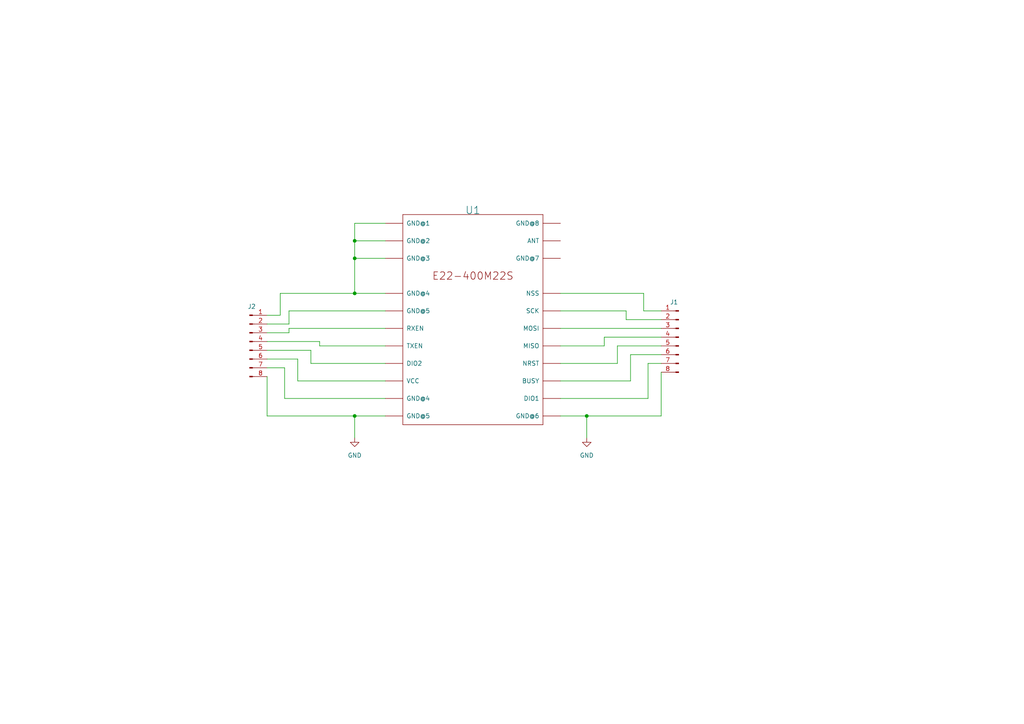
<source format=kicad_sch>
(kicad_sch (version 20211123) (generator eeschema)
  (paper "A4")
  (lib_symbols
    (symbol "Connector:Conn_01x08_Male" (pin_names (offset 1.016) hide)
      (property "Reference" "J" (at 0 10.16 0))
      (property "Value" "Conn_01x08_Male" (at 0 -12.7 0))
      (symbol "Conn_01x08_Male_1_1"
        (polyline (pts (xy 1.27 -10.16) (xy 0.8636 -10.16)) (stroke (width 0.1524)))
        (polyline (pts (xy 1.27 -7.62) (xy 0.8636 -7.62)) (stroke (width 0.1524)))
        (polyline (pts (xy 1.27 -5.08) (xy 0.8636 -5.08)) (stroke (width 0.1524)))
        (polyline (pts (xy 1.27 -2.54) (xy 0.8636 -2.54)) (stroke (width 0.1524)))
        (polyline (pts (xy 1.27 0) (xy 0.8636 0)) (stroke (width 0.1524)))
        (polyline (pts (xy 1.27 2.54) (xy 0.8636 2.54)) (stroke (width 0.1524)))
        (polyline (pts (xy 1.27 5.08) (xy 0.8636 5.08)) (stroke (width 0.1524)))
        (polyline (pts (xy 1.27 7.62) (xy 0.8636 7.62)) (stroke (width 0.1524)))
        (rectangle (start 0.8636 -10.033) (end 0 -10.287) (stroke (width 0.1524)) (fill (type outline)))
        (rectangle (start 0.8636 -7.493) (end 0 -7.747) (stroke (width 0.1524)) (fill (type outline)))
        (rectangle (start 0.8636 -4.953) (end 0 -5.207) (stroke (width 0.1524)) (fill (type outline)))
        (rectangle (start 0.8636 -2.413) (end 0 -2.667) (stroke (width 0.1524)) (fill (type outline)))
        (rectangle (start 0.8636 0.127) (end 0 -0.127) (stroke (width 0.1524)) (fill (type outline)))
        (rectangle (start 0.8636 2.667) (end 0 2.413) (stroke (width 0.1524)) (fill (type outline)))
        (rectangle (start 0.8636 5.207) (end 0 4.953) (stroke (width 0.1524)) (fill (type outline)))
        (rectangle (start 0.8636 7.747) (end 0 7.493) (stroke (width 0.1524)) (fill (type outline)))
        (pin passive line (at 5.08 7.62 180) (length 3.81) (name "Pin_1") (number "1"))
        (pin passive line (at 5.08 5.08 180) (length 3.81) (name "Pin_2") (number "2"))
        (pin passive line (at 5.08 2.54 180) (length 3.81) (name "Pin_3") (number "3"))
        (pin passive line (at 5.08 0 180) (length 3.81) (name "Pin_4") (number "4"))
        (pin passive line (at 5.08 -2.54 180) (length 3.81) (name "Pin_5") (number "5"))
        (pin passive line (at 5.08 -5.08 180) (length 3.81) (name "Pin_6") (number "6"))
        (pin passive line (at 5.08 -7.62 180) (length 3.81) (name "Pin_7") (number "7"))
        (pin passive line (at 5.08 -10.16 180) (length 3.81) (name "Pin_8") (number "8"))
      )
    )
    (symbol "Library:E22-400M22S" (pin_names (offset 1.016))
      (property "Reference" "U" (at -20.32 33.02 0))
      (symbol "E22-400M22S_1_0"
        (polyline (pts (xy -20.32 -30.48) (xy 20.32 -30.48)))
        (polyline (pts (xy -20.32 30.48) (xy -20.32 -30.48)))
        (polyline (pts (xy 20.32 -30.48) (xy 20.32 30.48)))
        (polyline (pts (xy 20.32 30.48) (xy -20.32 30.48)))
        (text "E22-400M22S" (at 0 12.7 0) (effects (font (size 2.159 2.159))))
        (pin bidirectional line (at -25.4 27.94 0) (length 5.08) (name "GND@1") (number "1"))
        (pin bidirectional line (at -25.4 -22.86 0) (length 5.08) (name "GND@4") (number "10"))
        (pin bidirectional line (at -25.4 -27.94 0) (length 5.08) (name "GND@5") (number "11"))
        (pin bidirectional line (at 25.4 -27.94 180) (length 5.08) (name "GND@6") (number "12"))
        (pin bidirectional line (at 25.4 -22.86 180) (length 5.08) (name "DIO1") (number "13"))
        (pin bidirectional line (at 25.4 -17.78 180) (length 5.08) (name "BUSY") (number "14"))
        (pin bidirectional line (at 25.4 -12.7 180) (length 5.08) (name "NRST") (number "15"))
        (pin bidirectional line (at 25.4 -7.62 180) (length 5.08) (name "MISO") (number "16"))
        (pin bidirectional line (at 25.4 -2.54 180) (length 5.08) (name "MOSI") (number "17"))
        (pin bidirectional line (at 25.4 2.54 180) (length 5.08) (name "SCK") (number "18"))
        (pin bidirectional line (at 25.4 7.62 180) (length 5.08) (name "NSS") (number "19"))
        (pin bidirectional line (at -25.4 22.86 0) (length 5.08) (name "GND@2") (number "2"))
        (pin bidirectional line (at 25.4 17.78 180) (length 5.08) (name "GND@7") (number "20"))
        (pin bidirectional line (at 25.4 22.86 180) (length 5.08) (name "ANT") (number "21"))
        (pin bidirectional line (at 25.4 27.94 180) (length 5.08) (name "GND@8") (number "22"))
        (pin bidirectional line (at -25.4 17.78 0) (length 5.08) (name "GND@3") (number "3"))
        (pin bidirectional line (at -25.4 7.62 0) (length 5.08) (name "GND@4") (number "4"))
        (pin bidirectional line (at -25.4 2.54 0) (length 5.08) (name "GND@5") (number "5"))
        (pin bidirectional line (at -25.4 -2.54 0) (length 5.08) (name "RXEN") (number "6"))
        (pin bidirectional line (at -25.4 -7.62 0) (length 5.08) (name "TXEN") (number "7"))
        (pin bidirectional line (at -25.4 -12.7 0) (length 5.08) (name "DIO2") (number "8"))
        (pin bidirectional line (at -25.4 -17.78 0) (length 5.08) (name "VCC") (number "9"))
      )
    )
    (symbol "power:GND" (power) (pin_names (offset 0))
      (property "Value" "GND" (at 0 -3.81 0))
      (symbol "GND_0_1"
        (polyline (pts (xy 0 0) (xy 0 -1.27) (xy 1.27 -1.27) (xy 0 -2.54) (xy -1.27 -1.27) (xy 0 -1.27)))
      )
      (symbol "GND_1_1"
        (pin power_in line (at 0 0 270) (length 0) hide (name "GND") (number "1"))
      )
    )
  )
  (junction (at 102.87 74.93))
  (junction (at 102.87 69.85))
  (junction (at 102.87 120.65))
  (junction (at 102.87 85.09))
  (junction (at 170.18 120.65))
  (wire (pts (xy 162.56 115.57) (xy 187.96 115.57)))
  (wire (pts (xy 162.56 120.65) (xy 170.18 120.65)))
  (wire (pts (xy 102.87 120.65) (xy 111.76 120.65)))
  (wire (pts (xy 111.76 105.41) (xy 90.17 105.41)))
  (wire (pts (xy 179.07 105.41) (xy 179.07 100.33)))
  (wire (pts (xy 82.55 115.57) (xy 111.76 115.57)))
  (wire (pts (xy 191.77 120.65) (xy 170.18 120.65)))
  (wire (pts (xy 102.87 120.65) (xy 102.87 127)))
  (wire (pts (xy 102.87 85.09) (xy 111.76 85.09)))
  (wire (pts (xy 102.87 74.93) (xy 111.76 74.93)))
  (wire (pts (xy 191.77 107.95) (xy 191.77 120.65)))
  (wire (pts (xy 181.61 92.71) (xy 191.77 92.71)))
  (wire (pts (xy 162.56 105.41) (xy 179.07 105.41)))
  (wire (pts (xy 81.28 91.44) (xy 77.47 91.44)))
  (wire (pts (xy 83.82 90.17) (xy 83.82 93.98)))
  (wire (pts (xy 83.82 95.25) (xy 83.82 96.52)))
  (wire (pts (xy 162.56 85.09) (xy 186.69 85.09)))
  (wire (pts (xy 86.36 104.14) (xy 77.47 104.14)))
  (wire (pts (xy 102.87 69.85) (xy 111.76 69.85)))
  (wire (pts (xy 102.87 74.93) (xy 102.87 85.09)))
  (wire (pts (xy 83.82 90.17) (xy 111.76 90.17)))
  (wire (pts (xy 162.56 90.17) (xy 181.61 90.17)))
  (wire (pts (xy 162.56 110.49) (xy 182.88 110.49)))
  (wire (pts (xy 175.26 100.33) (xy 175.26 97.79)))
  (wire (pts (xy 77.47 109.22) (xy 77.47 120.65)))
  (wire (pts (xy 186.69 85.09) (xy 186.69 90.17)))
  (wire (pts (xy 182.88 102.87) (xy 191.77 102.87)))
  (wire (pts (xy 90.17 101.6) (xy 77.47 101.6)))
  (wire (pts (xy 102.87 69.85) (xy 102.87 74.93)))
  (wire (pts (xy 77.47 120.65) (xy 102.87 120.65)))
  (wire (pts (xy 187.96 115.57) (xy 187.96 105.41)))
  (wire (pts (xy 175.26 97.79) (xy 191.77 97.79)))
  (wire (pts (xy 186.69 90.17) (xy 191.77 90.17)))
  (wire (pts (xy 81.28 85.09) (xy 81.28 91.44)))
  (wire (pts (xy 83.82 93.98) (xy 77.47 93.98)))
  (wire (pts (xy 111.76 95.25) (xy 83.82 95.25)))
  (wire (pts (xy 92.71 100.33) (xy 92.71 99.06)))
  (wire (pts (xy 77.47 106.68) (xy 82.55 106.68)))
  (wire (pts (xy 111.76 100.33) (xy 92.71 100.33)))
  (wire (pts (xy 86.36 110.49) (xy 111.76 110.49)))
  (wire (pts (xy 181.61 90.17) (xy 181.61 92.71)))
  (wire (pts (xy 102.87 85.09) (xy 81.28 85.09)))
  (wire (pts (xy 86.36 104.14) (xy 86.36 110.49)))
  (wire (pts (xy 111.76 64.77) (xy 102.87 64.77)))
  (wire (pts (xy 187.96 105.41) (xy 191.77 105.41)))
  (wire (pts (xy 170.18 120.65) (xy 170.18 127)))
  (wire (pts (xy 162.56 95.25) (xy 191.77 95.25)))
  (wire (pts (xy 83.82 96.52) (xy 77.47 96.52)))
  (wire (pts (xy 179.07 100.33) (xy 191.77 100.33)))
  (wire (pts (xy 90.17 105.41) (xy 90.17 101.6)))
  (wire (pts (xy 82.55 106.68) (xy 82.55 115.57)))
  (wire (pts (xy 182.88 110.49) (xy 182.88 102.87)))
  (wire (pts (xy 162.56 100.33) (xy 175.26 100.33)))
  (wire (pts (xy 102.87 64.77) (xy 102.87 69.85)))
  (wire (pts (xy 92.71 99.06) (xy 77.47 99.06)))
  (symbol (lib_id "power:GND") (at 170.18 127 0) (unit 1)
    (property "Reference" "#PWR0101" (effects hide))
    (property "Value" "GND" (at 170.18 132.08 0))
  )
  (symbol (lib_id "power:GND") (at 102.87 127 0) (unit 1)
    (property "Reference" "#PWR0102" (effects hide))
    (property "Value" "GND" (at 102.87 132.08 0))
  )
  (symbol (lib_id "Connector:Conn_01x08_Male") (at 196.85 97.79 0) (mirror y) (unit 1)
    (property "Reference" "J1" (at 194.31 87.63 0) (effects (justify right)))
    (property "Value" "Conn_01x08_Male" (effects hide))
    (property "Footprint" "Connector_PinHeader_2.54mm:PinHeader_1x08_P2.54mm_Vertical" (effects hide))
  )
  (symbol (lib_id "Library:E22-400M22S") (at 137.16 92.71 0) (unit 1)
    (property "Reference" "U1" (at 137.16 60.96 0) (effects (font (size 2.159 2.159))))
    (property "Value" "E22-400M22S" (effects hide))
    (property "Footprint" "Library:E22-400M22S" (effects hide))
  )
  (symbol (lib_id "Connector:Conn_01x08_Male") (at 72.39 99.06 0) (unit 1)
    (property "Reference" "J2" (at 73.025 88.9 0))
    (property "Value" "Conn_01x08_Male" (effects hide))
    (property "Footprint" "Connector_PinHeader_2.54mm:PinHeader_1x08_P2.54mm_Vertical" (effects hide))
  )
)
</source>
